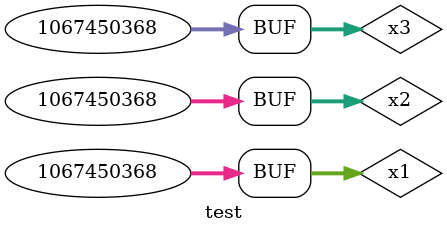
<source format=v>
`timescale 1ns/1ps
`include "top.v"
module test( 
);



reg[31:0] x1=32'h3fa00000,x2=32'h3fa00000,x3=32'h3fa00000;




wire[31:0] y1,y2,y3;


NetWork net(
.Xi	({x1,x2,x3}),
.Yo ({y1,y2,y3})
);



endmodule

</source>
